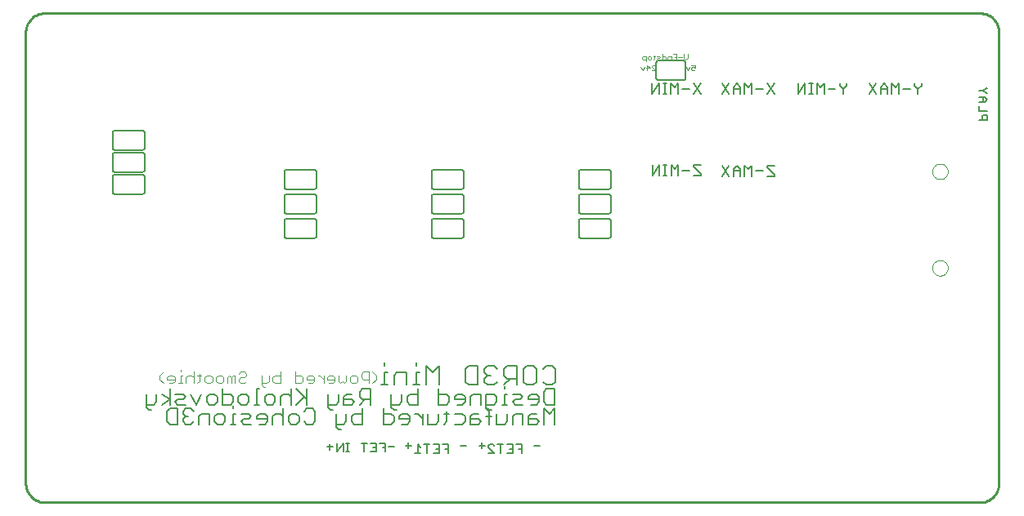
<source format=gbo>
G75*
G70*
%OFA0B0*%
%FSLAX24Y24*%
%IPPOS*%
%LPD*%
%AMOC8*
5,1,8,0,0,1.08239X$1,22.5*
%
%ADD10C,0.0100*%
%ADD11C,0.0070*%
%ADD12C,0.0020*%
%ADD13C,0.0050*%
%ADD14C,0.0040*%
%ADD15C,0.0060*%
%ADD16C,0.0000*%
D10*
X002785Y001429D02*
X002785Y019835D01*
X002787Y019889D01*
X002792Y019942D01*
X002801Y019995D01*
X002814Y020047D01*
X002830Y020099D01*
X002850Y020149D01*
X002873Y020197D01*
X002900Y020244D01*
X002929Y020289D01*
X002962Y020332D01*
X002997Y020372D01*
X003035Y020410D01*
X003075Y020445D01*
X003118Y020478D01*
X003163Y020507D01*
X003210Y020534D01*
X003258Y020557D01*
X003308Y020577D01*
X003360Y020593D01*
X003412Y020606D01*
X003465Y020615D01*
X003518Y020620D01*
X003572Y020622D01*
X041663Y020622D01*
X041717Y020620D01*
X041770Y020615D01*
X041823Y020606D01*
X041875Y020593D01*
X041927Y020577D01*
X041977Y020557D01*
X042025Y020534D01*
X042072Y020507D01*
X042117Y020478D01*
X042160Y020445D01*
X042200Y020410D01*
X042238Y020372D01*
X042273Y020332D01*
X042306Y020289D01*
X042335Y020244D01*
X042362Y020197D01*
X042385Y020149D01*
X042405Y020099D01*
X042421Y020047D01*
X042434Y019995D01*
X042443Y019942D01*
X042448Y019889D01*
X042450Y019835D01*
X042450Y001429D01*
X042448Y001375D01*
X042443Y001322D01*
X042434Y001269D01*
X042421Y001217D01*
X042405Y001165D01*
X042385Y001115D01*
X042362Y001067D01*
X042335Y001020D01*
X042306Y000975D01*
X042273Y000932D01*
X042238Y000892D01*
X042200Y000854D01*
X042160Y000819D01*
X042117Y000786D01*
X042072Y000757D01*
X042025Y000730D01*
X041977Y000707D01*
X041927Y000687D01*
X041875Y000671D01*
X041823Y000658D01*
X041770Y000649D01*
X041717Y000644D01*
X041663Y000642D01*
X003572Y000642D01*
X003518Y000644D01*
X003465Y000649D01*
X003412Y000658D01*
X003360Y000671D01*
X003308Y000687D01*
X003258Y000707D01*
X003210Y000730D01*
X003163Y000757D01*
X003118Y000786D01*
X003075Y000819D01*
X003035Y000854D01*
X002997Y000892D01*
X002962Y000932D01*
X002929Y000975D01*
X002900Y001020D01*
X002873Y001067D01*
X002850Y001115D01*
X002830Y001165D01*
X002814Y001217D01*
X002801Y001269D01*
X002792Y001322D01*
X002787Y001375D01*
X002785Y001429D01*
D11*
X017262Y005441D02*
X017526Y005441D01*
X017394Y005441D02*
X017394Y005968D01*
X017526Y005968D01*
X017394Y006232D02*
X017394Y006364D01*
X017922Y005968D02*
X017791Y005836D01*
X017791Y005441D01*
X018318Y005441D02*
X018318Y005968D01*
X017922Y005968D01*
X018714Y005968D02*
X018714Y005441D01*
X018846Y005441D02*
X018582Y005441D01*
X019110Y005441D02*
X019110Y006232D01*
X019374Y005968D01*
X019637Y006232D01*
X019637Y005441D01*
X020694Y005573D02*
X020826Y005441D01*
X021221Y005441D01*
X021221Y006232D01*
X020826Y006232D01*
X020694Y006100D01*
X020694Y005573D01*
X021486Y005573D02*
X021618Y005441D01*
X021881Y005441D01*
X022013Y005573D01*
X022278Y005441D02*
X022541Y005705D01*
X022410Y005705D02*
X022805Y005705D01*
X023070Y005573D02*
X023070Y006100D01*
X023202Y006232D01*
X023465Y006232D01*
X023597Y006100D01*
X023597Y005573D01*
X023465Y005441D01*
X023202Y005441D01*
X023070Y005573D01*
X022805Y005441D02*
X022805Y006232D01*
X022410Y006232D01*
X022278Y006100D01*
X022278Y005836D01*
X022410Y005705D01*
X022013Y006100D02*
X021881Y006232D01*
X021618Y006232D01*
X021486Y006100D01*
X021486Y005968D01*
X021618Y005836D01*
X021486Y005705D01*
X021486Y005573D01*
X021618Y005836D02*
X021750Y005836D01*
X023862Y005573D02*
X023993Y005441D01*
X024257Y005441D01*
X024389Y005573D01*
X024389Y006100D01*
X024257Y006232D01*
X023993Y006232D01*
X023862Y006100D01*
X018846Y005968D02*
X018714Y005968D01*
X018714Y006232D02*
X018714Y006364D01*
X028329Y013982D02*
X028329Y014412D01*
X028616Y014412D02*
X028329Y013982D01*
X028616Y013982D02*
X028616Y014412D01*
X028779Y014412D02*
X028923Y014412D01*
X028851Y014412D02*
X028851Y013982D01*
X028923Y013982D02*
X028779Y013982D01*
X029096Y013982D02*
X029096Y014412D01*
X029240Y014269D01*
X029383Y014412D01*
X029383Y013982D01*
X029557Y014197D02*
X029844Y014197D01*
X030017Y014340D02*
X030304Y014054D01*
X030304Y013982D01*
X030017Y013982D01*
X030017Y014340D02*
X030017Y014412D01*
X030304Y014412D01*
X031167Y014393D02*
X031453Y013963D01*
X031627Y013963D02*
X031627Y014250D01*
X031770Y014393D01*
X031914Y014250D01*
X031914Y013963D01*
X032087Y013963D02*
X032087Y014393D01*
X032231Y014250D01*
X032374Y014393D01*
X032374Y013963D01*
X032548Y014178D02*
X032835Y014178D01*
X033008Y014322D02*
X033295Y014035D01*
X033295Y013963D01*
X033008Y013963D01*
X033008Y014322D02*
X033008Y014393D01*
X033295Y014393D01*
X031914Y014178D02*
X031627Y014178D01*
X031453Y014393D02*
X031167Y013963D01*
X031167Y017313D02*
X031453Y017743D01*
X031627Y017600D02*
X031627Y017313D01*
X031453Y017313D02*
X031167Y017743D01*
X031627Y017600D02*
X031770Y017743D01*
X031914Y017600D01*
X031914Y017313D01*
X032087Y017313D02*
X032087Y017743D01*
X032231Y017600D01*
X032374Y017743D01*
X032374Y017313D01*
X032548Y017528D02*
X032835Y017528D01*
X033008Y017313D02*
X033295Y017743D01*
X033008Y017743D02*
X033295Y017313D01*
X034270Y017313D02*
X034270Y017743D01*
X034557Y017743D02*
X034270Y017313D01*
X034557Y017313D02*
X034557Y017743D01*
X034720Y017743D02*
X034864Y017743D01*
X034792Y017743D02*
X034792Y017313D01*
X034864Y017313D02*
X034720Y017313D01*
X035037Y017313D02*
X035037Y017743D01*
X035181Y017600D01*
X035324Y017743D01*
X035324Y017313D01*
X035498Y017528D02*
X035785Y017528D01*
X035958Y017672D02*
X036102Y017528D01*
X036102Y017313D01*
X036102Y017528D02*
X036245Y017672D01*
X036245Y017743D01*
X035958Y017743D02*
X035958Y017672D01*
X037167Y017743D02*
X037453Y017313D01*
X037627Y017313D02*
X037627Y017600D01*
X037770Y017743D01*
X037914Y017600D01*
X037914Y017313D01*
X038087Y017313D02*
X038087Y017743D01*
X038231Y017600D01*
X038374Y017743D01*
X038374Y017313D01*
X038548Y017528D02*
X038835Y017528D01*
X039008Y017672D02*
X039008Y017743D01*
X039008Y017672D02*
X039152Y017528D01*
X039152Y017313D01*
X039152Y017528D02*
X039295Y017672D01*
X039295Y017743D01*
X037914Y017528D02*
X037627Y017528D01*
X037453Y017743D02*
X037167Y017313D01*
X041656Y017202D02*
X041877Y017202D01*
X041987Y017092D01*
X041877Y016982D01*
X041656Y016982D01*
X041656Y016834D02*
X041656Y016613D01*
X041987Y016613D01*
X041932Y016465D02*
X041821Y016465D01*
X041766Y016410D01*
X041766Y016245D01*
X041656Y016245D02*
X041987Y016245D01*
X041987Y016410D01*
X041932Y016465D01*
X041821Y016982D02*
X041821Y017202D01*
X041932Y017350D02*
X041821Y017460D01*
X041656Y017460D01*
X041821Y017460D02*
X041932Y017570D01*
X041987Y017570D01*
X041987Y017350D02*
X041932Y017350D01*
X031914Y017528D02*
X031627Y017528D01*
X030295Y017313D02*
X030008Y017743D01*
X029835Y017528D02*
X029548Y017528D01*
X029374Y017313D02*
X029374Y017743D01*
X029231Y017600D01*
X029087Y017743D01*
X029087Y017313D01*
X028914Y017313D02*
X028770Y017313D01*
X028842Y017313D02*
X028842Y017743D01*
X028914Y017743D02*
X028770Y017743D01*
X028607Y017743D02*
X028320Y017313D01*
X028320Y017743D01*
X028607Y017743D02*
X028607Y017313D01*
X030008Y017313D02*
X030295Y017743D01*
D12*
X030033Y018285D02*
X030070Y018321D01*
X030033Y018285D02*
X029960Y018285D01*
X029923Y018321D01*
X029923Y018395D01*
X029960Y018432D01*
X029997Y018432D01*
X030070Y018395D01*
X030070Y018505D01*
X029923Y018505D01*
X029849Y018432D02*
X029776Y018285D01*
X029702Y018432D01*
X029684Y018722D02*
X029611Y018796D01*
X029611Y018942D01*
X029537Y018832D02*
X029390Y018832D01*
X029316Y018832D02*
X029242Y018832D01*
X029316Y018722D02*
X029169Y018722D01*
X029095Y018722D02*
X029095Y018869D01*
X028984Y018869D01*
X028948Y018832D01*
X028948Y018722D01*
X028874Y018759D02*
X028874Y018832D01*
X028837Y018869D01*
X028727Y018869D01*
X028727Y018942D02*
X028727Y018722D01*
X028837Y018722D01*
X028874Y018759D01*
X028653Y018722D02*
X028542Y018722D01*
X028506Y018759D01*
X028542Y018796D01*
X028616Y018796D01*
X028653Y018832D01*
X028616Y018869D01*
X028506Y018869D01*
X028432Y018869D02*
X028358Y018869D01*
X028395Y018906D02*
X028395Y018759D01*
X028358Y018722D01*
X028284Y018759D02*
X028248Y018722D01*
X028174Y018722D01*
X028137Y018759D01*
X028137Y018832D01*
X028174Y018869D01*
X028248Y018869D01*
X028284Y018832D01*
X028284Y018759D01*
X028063Y018722D02*
X027953Y018722D01*
X027916Y018759D01*
X027916Y018832D01*
X027953Y018869D01*
X028063Y018869D01*
X028063Y018649D01*
X028114Y018505D02*
X028224Y018395D01*
X028077Y018395D01*
X028003Y018432D02*
X027930Y018285D01*
X027856Y018432D01*
X028114Y018505D02*
X028114Y018285D01*
X028298Y018285D02*
X028445Y018285D01*
X028298Y018432D01*
X028298Y018468D01*
X028335Y018505D01*
X028408Y018505D01*
X028445Y018468D01*
X029316Y018722D02*
X029316Y018942D01*
X029169Y018942D01*
X029684Y018722D02*
X029758Y018796D01*
X029758Y018942D01*
D13*
X023743Y002962D02*
X023509Y002962D01*
X022993Y003013D02*
X022759Y003013D01*
X022624Y003013D02*
X022624Y002662D01*
X022391Y002662D01*
X022507Y002837D02*
X022624Y002837D01*
X022624Y003013D02*
X022391Y003013D01*
X022256Y003013D02*
X022022Y003013D01*
X022139Y003013D02*
X022139Y002662D01*
X021888Y002662D02*
X021654Y002896D01*
X021654Y002954D01*
X021712Y003013D01*
X021829Y003013D01*
X021888Y002954D01*
X021493Y002962D02*
X021259Y002962D01*
X021376Y002846D02*
X021376Y003079D01*
X021654Y002662D02*
X021888Y002662D01*
X022876Y002837D02*
X022993Y002837D01*
X022993Y002662D02*
X022993Y003013D01*
X020743Y002962D02*
X020509Y002962D01*
X019993Y003013D02*
X019759Y003013D01*
X019624Y003013D02*
X019624Y002662D01*
X019391Y002662D01*
X019507Y002837D02*
X019624Y002837D01*
X019624Y003013D02*
X019391Y003013D01*
X019256Y003013D02*
X019022Y003013D01*
X019139Y003013D02*
X019139Y002662D01*
X018888Y002662D02*
X018654Y002662D01*
X018771Y002662D02*
X018771Y003013D01*
X018888Y002896D01*
X018493Y002962D02*
X018259Y002962D01*
X018376Y002846D02*
X018376Y003079D01*
X017793Y002912D02*
X017559Y002912D01*
X017443Y002887D02*
X017326Y002887D01*
X017443Y002712D02*
X017443Y003063D01*
X017209Y003063D01*
X017074Y003063D02*
X017074Y002712D01*
X016841Y002712D01*
X016957Y002887D02*
X017074Y002887D01*
X017074Y003063D02*
X016841Y003063D01*
X016706Y003063D02*
X016472Y003063D01*
X016589Y003063D02*
X016589Y002712D01*
X015969Y002712D02*
X015852Y002712D01*
X015911Y002712D02*
X015911Y003063D01*
X015969Y003063D02*
X015852Y003063D01*
X015724Y003063D02*
X015490Y002712D01*
X015490Y003063D01*
X015724Y003063D02*
X015724Y002712D01*
X015293Y002912D02*
X015059Y002912D01*
X015176Y002796D02*
X015176Y003029D01*
X019876Y002837D02*
X019993Y002837D01*
X019993Y002662D02*
X019993Y003013D01*
D14*
X017073Y005673D02*
X017073Y005827D01*
X016919Y005980D01*
X016766Y005980D02*
X016535Y005980D01*
X016459Y005903D01*
X016459Y005750D01*
X016535Y005673D01*
X016766Y005673D01*
X016766Y005520D02*
X016766Y005980D01*
X016305Y005750D02*
X016305Y005597D01*
X016228Y005520D01*
X016075Y005520D01*
X015998Y005597D01*
X015998Y005750D01*
X016075Y005827D01*
X016228Y005827D01*
X016305Y005750D01*
X015845Y005827D02*
X015845Y005597D01*
X015768Y005520D01*
X015691Y005597D01*
X015615Y005520D01*
X015538Y005597D01*
X015538Y005827D01*
X015384Y005750D02*
X015308Y005827D01*
X015154Y005827D01*
X015077Y005750D01*
X015077Y005673D01*
X015384Y005673D01*
X015384Y005597D02*
X015384Y005750D01*
X015384Y005597D02*
X015308Y005520D01*
X015154Y005520D01*
X014924Y005520D02*
X014924Y005827D01*
X014771Y005827D02*
X014924Y005673D01*
X014771Y005827D02*
X014694Y005827D01*
X014540Y005750D02*
X014464Y005827D01*
X014310Y005827D01*
X014233Y005750D01*
X014233Y005673D01*
X014540Y005673D01*
X014540Y005597D02*
X014540Y005750D01*
X014540Y005597D02*
X014464Y005520D01*
X014310Y005520D01*
X014080Y005597D02*
X014080Y005750D01*
X014003Y005827D01*
X013773Y005827D01*
X013773Y005980D02*
X013773Y005520D01*
X014003Y005520D01*
X014080Y005597D01*
X013159Y005520D02*
X013159Y005980D01*
X013159Y005827D02*
X012929Y005827D01*
X012852Y005750D01*
X012852Y005597D01*
X012929Y005520D01*
X013159Y005520D01*
X012699Y005597D02*
X012699Y005827D01*
X012699Y005597D02*
X012622Y005520D01*
X012392Y005520D01*
X012392Y005443D02*
X012469Y005366D01*
X012545Y005366D01*
X012392Y005443D02*
X012392Y005827D01*
X011778Y005827D02*
X011778Y005903D01*
X011701Y005980D01*
X011548Y005980D01*
X011471Y005903D01*
X011548Y005750D02*
X011471Y005673D01*
X011471Y005597D01*
X011548Y005520D01*
X011701Y005520D01*
X011778Y005597D01*
X011701Y005750D02*
X011548Y005750D01*
X011701Y005750D02*
X011778Y005827D01*
X011318Y005827D02*
X011318Y005520D01*
X011164Y005520D02*
X011164Y005750D01*
X011087Y005827D01*
X011011Y005750D01*
X011011Y005520D01*
X010857Y005597D02*
X010780Y005520D01*
X010627Y005520D01*
X010550Y005597D01*
X010550Y005750D01*
X010627Y005827D01*
X010780Y005827D01*
X010857Y005750D01*
X010857Y005597D01*
X011164Y005750D02*
X011241Y005827D01*
X011318Y005827D01*
X010397Y005750D02*
X010397Y005597D01*
X010320Y005520D01*
X010167Y005520D01*
X010090Y005597D01*
X010090Y005750D01*
X010167Y005827D01*
X010320Y005827D01*
X010397Y005750D01*
X009936Y005827D02*
X009783Y005827D01*
X009860Y005903D02*
X009860Y005597D01*
X009783Y005520D01*
X009629Y005520D02*
X009629Y005980D01*
X009553Y005827D02*
X009399Y005827D01*
X009323Y005750D01*
X009323Y005520D01*
X009169Y005520D02*
X009016Y005520D01*
X009092Y005520D02*
X009092Y005827D01*
X009169Y005827D01*
X009092Y005980D02*
X009092Y006057D01*
X008785Y005827D02*
X008632Y005827D01*
X008555Y005750D01*
X008555Y005673D01*
X008862Y005673D01*
X008862Y005597D02*
X008862Y005750D01*
X008785Y005827D01*
X008862Y005597D02*
X008785Y005520D01*
X008632Y005520D01*
X008402Y005520D02*
X008248Y005673D01*
X008248Y005827D01*
X008402Y005980D01*
X009553Y005827D02*
X009629Y005750D01*
X016919Y005520D02*
X017073Y005673D01*
D15*
X016824Y005277D02*
X016504Y005277D01*
X016397Y005170D01*
X016397Y004956D01*
X016504Y004850D01*
X016824Y004850D01*
X016610Y004850D02*
X016397Y004636D01*
X016502Y004477D02*
X016502Y003836D01*
X016181Y003836D01*
X016075Y003943D01*
X016075Y004156D01*
X016181Y004263D01*
X016502Y004263D01*
X015857Y004263D02*
X015857Y003943D01*
X015750Y003836D01*
X015430Y003836D01*
X015430Y003729D02*
X015537Y003623D01*
X015644Y003623D01*
X015430Y003729D02*
X015430Y004263D01*
X015321Y004423D02*
X015215Y004423D01*
X015108Y004529D01*
X015108Y005063D01*
X015535Y005063D02*
X015535Y004743D01*
X015428Y004636D01*
X015108Y004636D01*
X014568Y004370D02*
X014461Y004477D01*
X014248Y004477D01*
X014141Y004370D01*
X013924Y004156D02*
X013924Y003943D01*
X013817Y003836D01*
X013603Y003836D01*
X013496Y003943D01*
X013496Y004156D01*
X013603Y004263D01*
X013817Y004263D01*
X013924Y004156D01*
X014141Y003943D02*
X014248Y003836D01*
X014461Y003836D01*
X014568Y003943D01*
X014568Y004370D01*
X014246Y004636D02*
X014246Y005277D01*
X014246Y004850D02*
X013819Y005277D01*
X013601Y005277D02*
X013601Y004636D01*
X013819Y004636D02*
X014139Y004956D01*
X013601Y004956D02*
X013494Y005063D01*
X013281Y005063D01*
X013174Y004956D01*
X013174Y004636D01*
X013279Y004477D02*
X013279Y003836D01*
X013279Y004156D02*
X013172Y004263D01*
X012959Y004263D01*
X012852Y004156D01*
X012852Y003836D01*
X012634Y003943D02*
X012634Y004156D01*
X012528Y004263D01*
X012314Y004263D01*
X012207Y004156D01*
X012207Y004050D01*
X012634Y004050D01*
X012634Y003943D02*
X012528Y003836D01*
X012314Y003836D01*
X011990Y003836D02*
X011670Y003836D01*
X011563Y003943D01*
X011670Y004050D01*
X011883Y004050D01*
X011990Y004156D01*
X011883Y004263D01*
X011563Y004263D01*
X011345Y004263D02*
X011239Y004263D01*
X011239Y003836D01*
X011345Y003836D02*
X011132Y003836D01*
X010916Y003943D02*
X010809Y003836D01*
X010595Y003836D01*
X010489Y003943D01*
X010489Y004156D01*
X010595Y004263D01*
X010809Y004263D01*
X010916Y004156D01*
X010916Y003943D01*
X010271Y003836D02*
X010271Y004263D01*
X009951Y004263D01*
X009844Y004156D01*
X009844Y003836D01*
X009627Y003943D02*
X009520Y003836D01*
X009306Y003836D01*
X009200Y003943D01*
X009200Y004050D01*
X009306Y004156D01*
X009413Y004156D01*
X009306Y004156D02*
X009200Y004263D01*
X009200Y004370D01*
X009306Y004477D01*
X009520Y004477D01*
X009627Y004370D01*
X008982Y004477D02*
X008662Y004477D01*
X008555Y004370D01*
X008555Y003943D01*
X008662Y003836D01*
X008982Y003836D01*
X008982Y004477D01*
X008984Y004636D02*
X008877Y004743D01*
X008984Y004850D01*
X009198Y004850D01*
X009304Y004956D01*
X009198Y005063D01*
X008877Y005063D01*
X008660Y004850D02*
X008339Y005063D01*
X008123Y005063D02*
X008123Y004743D01*
X008016Y004636D01*
X007696Y004636D01*
X007696Y004529D02*
X007802Y004423D01*
X007909Y004423D01*
X007696Y004529D02*
X007696Y005063D01*
X008339Y004636D02*
X008660Y004850D01*
X008660Y004636D02*
X008660Y005277D01*
X009522Y005063D02*
X009735Y004636D01*
X009949Y005063D01*
X010166Y004956D02*
X010273Y005063D01*
X010487Y005063D01*
X010593Y004956D01*
X010593Y004743D01*
X010487Y004636D01*
X010273Y004636D01*
X010166Y004743D01*
X010166Y004956D01*
X009304Y004636D02*
X008984Y004636D01*
X010811Y004636D02*
X011131Y004636D01*
X011238Y004743D01*
X011238Y004956D01*
X011131Y005063D01*
X010811Y005063D01*
X010811Y005277D02*
X010811Y004636D01*
X011239Y004583D02*
X011239Y004477D01*
X011455Y004743D02*
X011455Y004956D01*
X011562Y005063D01*
X011776Y005063D01*
X011882Y004956D01*
X011882Y004743D01*
X011776Y004636D01*
X011562Y004636D01*
X011455Y004743D01*
X012099Y004636D02*
X012312Y004636D01*
X012205Y004636D02*
X012205Y005277D01*
X012312Y005277D01*
X012530Y004956D02*
X012636Y005063D01*
X012850Y005063D01*
X012957Y004956D01*
X012957Y004743D01*
X012850Y004636D01*
X012636Y004636D01*
X012530Y004743D01*
X012530Y004956D01*
X015752Y004956D02*
X015752Y004636D01*
X016073Y004636D01*
X016179Y004743D01*
X016073Y004850D01*
X015752Y004850D01*
X015752Y004956D02*
X015859Y005063D01*
X016073Y005063D01*
X016824Y005277D02*
X016824Y004636D01*
X017364Y004477D02*
X017364Y003836D01*
X017684Y003836D01*
X017791Y003943D01*
X017791Y004156D01*
X017684Y004263D01*
X017364Y004263D01*
X017686Y004529D02*
X017793Y004423D01*
X017900Y004423D01*
X018006Y004636D02*
X017686Y004636D01*
X017686Y004529D02*
X017686Y005063D01*
X018113Y005063D02*
X018113Y004743D01*
X018006Y004636D01*
X018331Y004743D02*
X018331Y004956D01*
X018437Y005063D01*
X018758Y005063D01*
X018758Y005277D02*
X018758Y004636D01*
X018437Y004636D01*
X018331Y004743D01*
X018329Y004263D02*
X018115Y004263D01*
X018008Y004156D01*
X018008Y004050D01*
X018435Y004050D01*
X018435Y004156D02*
X018329Y004263D01*
X018435Y004156D02*
X018435Y003943D01*
X018329Y003836D01*
X018115Y003836D01*
X018759Y004263D02*
X018973Y004050D01*
X018973Y004263D02*
X018973Y003836D01*
X019190Y003836D02*
X019190Y004263D01*
X019617Y004263D02*
X019617Y003943D01*
X019510Y003836D01*
X019190Y003836D01*
X019833Y003836D02*
X019940Y003943D01*
X019940Y004370D01*
X020047Y004263D02*
X019833Y004263D01*
X020264Y004263D02*
X020585Y004263D01*
X020691Y004156D01*
X020691Y003943D01*
X020585Y003836D01*
X020264Y003836D01*
X020909Y003836D02*
X021229Y003836D01*
X021336Y003943D01*
X021229Y004050D01*
X020909Y004050D01*
X020909Y004156D02*
X020909Y003836D01*
X020909Y004156D02*
X021016Y004263D01*
X021229Y004263D01*
X021552Y004156D02*
X021766Y004156D01*
X021659Y004370D02*
X021659Y003836D01*
X021983Y003836D02*
X021983Y004263D01*
X021767Y004423D02*
X021660Y004423D01*
X021553Y004529D01*
X021553Y005063D01*
X021874Y005063D01*
X021980Y004956D01*
X021980Y004743D01*
X021874Y004636D01*
X021553Y004636D01*
X021552Y004477D02*
X021659Y004370D01*
X021336Y004636D02*
X021336Y005063D01*
X021016Y005063D01*
X020909Y004956D01*
X020909Y004636D01*
X020691Y004743D02*
X020691Y004956D01*
X020585Y005063D01*
X020371Y005063D01*
X020264Y004956D01*
X020264Y004850D01*
X020691Y004850D01*
X020691Y004743D02*
X020585Y004636D01*
X020371Y004636D01*
X020047Y004743D02*
X020047Y004956D01*
X019940Y005063D01*
X019620Y005063D01*
X019620Y005277D02*
X019620Y004636D01*
X019940Y004636D01*
X020047Y004743D01*
X018759Y004263D02*
X018652Y004263D01*
X021983Y003836D02*
X022303Y003836D01*
X022410Y003943D01*
X022410Y004263D01*
X022628Y004156D02*
X022734Y004263D01*
X023055Y004263D01*
X023055Y003836D01*
X023272Y003836D02*
X023272Y004156D01*
X023379Y004263D01*
X023592Y004263D01*
X023592Y004050D02*
X023272Y004050D01*
X023272Y003836D02*
X023592Y003836D01*
X023699Y003943D01*
X023592Y004050D01*
X023917Y003836D02*
X023917Y004477D01*
X024130Y004263D01*
X024344Y004477D01*
X024344Y003836D01*
X024344Y004636D02*
X024023Y004636D01*
X023917Y004743D01*
X023917Y005170D01*
X024023Y005277D01*
X024344Y005277D01*
X024344Y004636D01*
X023699Y004743D02*
X023699Y004956D01*
X023592Y005063D01*
X023379Y005063D01*
X023272Y004956D01*
X023272Y004850D01*
X023699Y004850D01*
X023699Y004743D02*
X023592Y004636D01*
X023379Y004636D01*
X023055Y004636D02*
X022734Y004636D01*
X022628Y004743D01*
X022734Y004850D01*
X022948Y004850D01*
X023055Y004956D01*
X022948Y005063D01*
X022628Y005063D01*
X022410Y005063D02*
X022303Y005063D01*
X022303Y004636D01*
X022197Y004636D02*
X022410Y004636D01*
X022628Y004156D02*
X022628Y003836D01*
X022303Y005277D02*
X022303Y005383D01*
X020530Y011437D02*
X019430Y011437D01*
X019413Y011439D01*
X019396Y011443D01*
X019380Y011450D01*
X019366Y011460D01*
X019353Y011473D01*
X019343Y011487D01*
X019336Y011503D01*
X019332Y011520D01*
X019330Y011537D01*
X019330Y012137D01*
X019332Y012154D01*
X019336Y012171D01*
X019343Y012187D01*
X019353Y012201D01*
X019366Y012214D01*
X019380Y012224D01*
X019396Y012231D01*
X019413Y012235D01*
X019430Y012237D01*
X020530Y012237D01*
X020547Y012235D01*
X020564Y012231D01*
X020580Y012224D01*
X020594Y012214D01*
X020607Y012201D01*
X020617Y012187D01*
X020624Y012171D01*
X020628Y012154D01*
X020630Y012137D01*
X020630Y011537D01*
X020628Y011520D01*
X020624Y011503D01*
X020617Y011487D01*
X020607Y011473D01*
X020594Y011460D01*
X020580Y011450D01*
X020564Y011443D01*
X020547Y011439D01*
X020530Y011437D01*
X020530Y012437D02*
X019430Y012437D01*
X019413Y012439D01*
X019396Y012443D01*
X019380Y012450D01*
X019366Y012460D01*
X019353Y012473D01*
X019343Y012487D01*
X019336Y012503D01*
X019332Y012520D01*
X019330Y012537D01*
X019330Y013137D01*
X019332Y013154D01*
X019336Y013171D01*
X019343Y013187D01*
X019353Y013201D01*
X019366Y013214D01*
X019380Y013224D01*
X019396Y013231D01*
X019413Y013235D01*
X019430Y013237D01*
X020530Y013237D01*
X020547Y013235D01*
X020564Y013231D01*
X020580Y013224D01*
X020594Y013214D01*
X020607Y013201D01*
X020617Y013187D01*
X020624Y013171D01*
X020628Y013154D01*
X020630Y013137D01*
X020630Y012537D01*
X020628Y012520D01*
X020624Y012503D01*
X020617Y012487D01*
X020607Y012473D01*
X020594Y012460D01*
X020580Y012450D01*
X020564Y012443D01*
X020547Y012439D01*
X020530Y012437D01*
X020530Y013437D02*
X019430Y013437D01*
X019413Y013439D01*
X019396Y013443D01*
X019380Y013450D01*
X019366Y013460D01*
X019353Y013473D01*
X019343Y013487D01*
X019336Y013503D01*
X019332Y013520D01*
X019330Y013537D01*
X019330Y014137D01*
X019332Y014154D01*
X019336Y014171D01*
X019343Y014187D01*
X019353Y014201D01*
X019366Y014214D01*
X019380Y014224D01*
X019396Y014231D01*
X019413Y014235D01*
X019430Y014237D01*
X020530Y014237D01*
X020547Y014235D01*
X020564Y014231D01*
X020580Y014224D01*
X020594Y014214D01*
X020607Y014201D01*
X020617Y014187D01*
X020624Y014171D01*
X020628Y014154D01*
X020630Y014137D01*
X020630Y013537D01*
X020628Y013520D01*
X020624Y013503D01*
X020617Y013487D01*
X020607Y013473D01*
X020594Y013460D01*
X020580Y013450D01*
X020564Y013443D01*
X020547Y013439D01*
X020530Y013437D01*
X025330Y013537D02*
X025330Y014137D01*
X025332Y014154D01*
X025336Y014171D01*
X025343Y014187D01*
X025353Y014201D01*
X025366Y014214D01*
X025380Y014224D01*
X025396Y014231D01*
X025413Y014235D01*
X025430Y014237D01*
X026530Y014237D01*
X026547Y014235D01*
X026564Y014231D01*
X026580Y014224D01*
X026594Y014214D01*
X026607Y014201D01*
X026617Y014187D01*
X026624Y014171D01*
X026628Y014154D01*
X026630Y014137D01*
X026630Y013537D01*
X026628Y013520D01*
X026624Y013503D01*
X026617Y013487D01*
X026607Y013473D01*
X026594Y013460D01*
X026580Y013450D01*
X026564Y013443D01*
X026547Y013439D01*
X026530Y013437D01*
X025430Y013437D01*
X025413Y013439D01*
X025396Y013443D01*
X025380Y013450D01*
X025366Y013460D01*
X025353Y013473D01*
X025343Y013487D01*
X025336Y013503D01*
X025332Y013520D01*
X025330Y013537D01*
X025430Y013237D02*
X026530Y013237D01*
X026547Y013235D01*
X026564Y013231D01*
X026580Y013224D01*
X026594Y013214D01*
X026607Y013201D01*
X026617Y013187D01*
X026624Y013171D01*
X026628Y013154D01*
X026630Y013137D01*
X026630Y012537D01*
X026628Y012520D01*
X026624Y012503D01*
X026617Y012487D01*
X026607Y012473D01*
X026594Y012460D01*
X026580Y012450D01*
X026564Y012443D01*
X026547Y012439D01*
X026530Y012437D01*
X025430Y012437D01*
X025413Y012439D01*
X025396Y012443D01*
X025380Y012450D01*
X025366Y012460D01*
X025353Y012473D01*
X025343Y012487D01*
X025336Y012503D01*
X025332Y012520D01*
X025330Y012537D01*
X025330Y013137D01*
X025332Y013154D01*
X025336Y013171D01*
X025343Y013187D01*
X025353Y013201D01*
X025366Y013214D01*
X025380Y013224D01*
X025396Y013231D01*
X025413Y013235D01*
X025430Y013237D01*
X025430Y012237D02*
X026530Y012237D01*
X026547Y012235D01*
X026564Y012231D01*
X026580Y012224D01*
X026594Y012214D01*
X026607Y012201D01*
X026617Y012187D01*
X026624Y012171D01*
X026628Y012154D01*
X026630Y012137D01*
X026630Y011537D01*
X026628Y011520D01*
X026624Y011503D01*
X026617Y011487D01*
X026607Y011473D01*
X026594Y011460D01*
X026580Y011450D01*
X026564Y011443D01*
X026547Y011439D01*
X026530Y011437D01*
X025430Y011437D01*
X025413Y011439D01*
X025396Y011443D01*
X025380Y011450D01*
X025366Y011460D01*
X025353Y011473D01*
X025343Y011487D01*
X025336Y011503D01*
X025332Y011520D01*
X025330Y011537D01*
X025330Y012137D01*
X025332Y012154D01*
X025336Y012171D01*
X025343Y012187D01*
X025353Y012201D01*
X025366Y012214D01*
X025380Y012224D01*
X025396Y012231D01*
X025413Y012235D01*
X025430Y012237D01*
X014630Y012137D02*
X014630Y011537D01*
X014628Y011520D01*
X014624Y011503D01*
X014617Y011487D01*
X014607Y011473D01*
X014594Y011460D01*
X014580Y011450D01*
X014564Y011443D01*
X014547Y011439D01*
X014530Y011437D01*
X013430Y011437D01*
X013413Y011439D01*
X013396Y011443D01*
X013380Y011450D01*
X013366Y011460D01*
X013353Y011473D01*
X013343Y011487D01*
X013336Y011503D01*
X013332Y011520D01*
X013330Y011537D01*
X013330Y012137D01*
X013332Y012154D01*
X013336Y012171D01*
X013343Y012187D01*
X013353Y012201D01*
X013366Y012214D01*
X013380Y012224D01*
X013396Y012231D01*
X013413Y012235D01*
X013430Y012237D01*
X014530Y012237D01*
X014547Y012235D01*
X014564Y012231D01*
X014580Y012224D01*
X014594Y012214D01*
X014607Y012201D01*
X014617Y012187D01*
X014624Y012171D01*
X014628Y012154D01*
X014630Y012137D01*
X014530Y012437D02*
X013430Y012437D01*
X013413Y012439D01*
X013396Y012443D01*
X013380Y012450D01*
X013366Y012460D01*
X013353Y012473D01*
X013343Y012487D01*
X013336Y012503D01*
X013332Y012520D01*
X013330Y012537D01*
X013330Y013137D01*
X013332Y013154D01*
X013336Y013171D01*
X013343Y013187D01*
X013353Y013201D01*
X013366Y013214D01*
X013380Y013224D01*
X013396Y013231D01*
X013413Y013235D01*
X013430Y013237D01*
X014530Y013237D01*
X014547Y013235D01*
X014564Y013231D01*
X014580Y013224D01*
X014594Y013214D01*
X014607Y013201D01*
X014617Y013187D01*
X014624Y013171D01*
X014628Y013154D01*
X014630Y013137D01*
X014630Y012537D01*
X014628Y012520D01*
X014624Y012503D01*
X014617Y012487D01*
X014607Y012473D01*
X014594Y012460D01*
X014580Y012450D01*
X014564Y012443D01*
X014547Y012439D01*
X014530Y012437D01*
X014530Y013437D02*
X013430Y013437D01*
X013413Y013439D01*
X013396Y013443D01*
X013380Y013450D01*
X013366Y013460D01*
X013353Y013473D01*
X013343Y013487D01*
X013336Y013503D01*
X013332Y013520D01*
X013330Y013537D01*
X013330Y014137D01*
X013332Y014154D01*
X013336Y014171D01*
X013343Y014187D01*
X013353Y014201D01*
X013366Y014214D01*
X013380Y014224D01*
X013396Y014231D01*
X013413Y014235D01*
X013430Y014237D01*
X014530Y014237D01*
X014547Y014235D01*
X014564Y014231D01*
X014580Y014224D01*
X014594Y014214D01*
X014607Y014201D01*
X014617Y014187D01*
X014624Y014171D01*
X014628Y014154D01*
X014630Y014137D01*
X014630Y013537D01*
X014628Y013520D01*
X014624Y013503D01*
X014617Y013487D01*
X014607Y013473D01*
X014594Y013460D01*
X014580Y013450D01*
X014564Y013443D01*
X014547Y013439D01*
X014530Y013437D01*
X007630Y013337D02*
X007630Y013937D01*
X007628Y013954D01*
X007624Y013971D01*
X007617Y013987D01*
X007607Y014001D01*
X007594Y014014D01*
X007580Y014024D01*
X007564Y014031D01*
X007547Y014035D01*
X007530Y014037D01*
X006430Y014037D01*
X006413Y014035D01*
X006396Y014031D01*
X006380Y014024D01*
X006366Y014014D01*
X006353Y014001D01*
X006343Y013987D01*
X006336Y013971D01*
X006332Y013954D01*
X006330Y013937D01*
X006330Y013337D01*
X006332Y013320D01*
X006336Y013303D01*
X006343Y013287D01*
X006353Y013273D01*
X006366Y013260D01*
X006380Y013250D01*
X006396Y013243D01*
X006413Y013239D01*
X006430Y013237D01*
X007530Y013237D01*
X007547Y013239D01*
X007564Y013243D01*
X007580Y013250D01*
X007594Y013260D01*
X007607Y013273D01*
X007617Y013287D01*
X007624Y013303D01*
X007628Y013320D01*
X007630Y013337D01*
X007530Y014137D02*
X006430Y014137D01*
X006413Y014139D01*
X006396Y014143D01*
X006380Y014150D01*
X006366Y014160D01*
X006353Y014173D01*
X006343Y014187D01*
X006336Y014203D01*
X006332Y014220D01*
X006330Y014237D01*
X006330Y014837D01*
X006332Y014854D01*
X006336Y014871D01*
X006343Y014887D01*
X006353Y014901D01*
X006366Y014914D01*
X006380Y014924D01*
X006396Y014931D01*
X006413Y014935D01*
X006430Y014937D01*
X007530Y014937D01*
X007547Y014935D01*
X007564Y014931D01*
X007580Y014924D01*
X007594Y014914D01*
X007607Y014901D01*
X007617Y014887D01*
X007624Y014871D01*
X007628Y014854D01*
X007630Y014837D01*
X007630Y014237D01*
X007628Y014220D01*
X007624Y014203D01*
X007617Y014187D01*
X007607Y014173D01*
X007594Y014160D01*
X007580Y014150D01*
X007564Y014143D01*
X007547Y014139D01*
X007530Y014137D01*
X007530Y015037D02*
X006430Y015037D01*
X006413Y015039D01*
X006396Y015043D01*
X006380Y015050D01*
X006366Y015060D01*
X006353Y015073D01*
X006343Y015087D01*
X006336Y015103D01*
X006332Y015120D01*
X006330Y015137D01*
X006330Y015737D01*
X006332Y015754D01*
X006336Y015771D01*
X006343Y015787D01*
X006353Y015801D01*
X006366Y015814D01*
X006380Y015824D01*
X006396Y015831D01*
X006413Y015835D01*
X006430Y015837D01*
X007530Y015837D01*
X007547Y015835D01*
X007564Y015831D01*
X007580Y015824D01*
X007594Y015814D01*
X007607Y015801D01*
X007617Y015787D01*
X007624Y015771D01*
X007628Y015754D01*
X007630Y015737D01*
X007630Y015137D01*
X007628Y015120D01*
X007624Y015103D01*
X007617Y015087D01*
X007607Y015073D01*
X007594Y015060D01*
X007580Y015050D01*
X007564Y015043D01*
X007547Y015039D01*
X007530Y015037D01*
X028480Y017987D02*
X028480Y018587D01*
X028482Y018604D01*
X028486Y018621D01*
X028493Y018637D01*
X028503Y018651D01*
X028516Y018664D01*
X028530Y018674D01*
X028546Y018681D01*
X028563Y018685D01*
X028580Y018687D01*
X029580Y018687D01*
X029597Y018685D01*
X029614Y018681D01*
X029630Y018674D01*
X029644Y018664D01*
X029657Y018651D01*
X029667Y018637D01*
X029674Y018621D01*
X029678Y018604D01*
X029680Y018587D01*
X029680Y017987D01*
X029678Y017970D01*
X029674Y017953D01*
X029667Y017937D01*
X029657Y017923D01*
X029644Y017910D01*
X029630Y017900D01*
X029614Y017893D01*
X029597Y017889D01*
X029580Y017887D01*
X028580Y017887D01*
X028563Y017889D01*
X028546Y017893D01*
X028530Y017900D01*
X028516Y017910D01*
X028503Y017923D01*
X028493Y017937D01*
X028486Y017953D01*
X028482Y017970D01*
X028480Y017987D01*
D16*
X039739Y014156D02*
X039741Y014191D01*
X039747Y014226D01*
X039757Y014260D01*
X039770Y014293D01*
X039787Y014324D01*
X039808Y014352D01*
X039831Y014379D01*
X039858Y014402D01*
X039886Y014423D01*
X039917Y014440D01*
X039950Y014453D01*
X039984Y014463D01*
X040019Y014469D01*
X040054Y014471D01*
X040089Y014469D01*
X040124Y014463D01*
X040158Y014453D01*
X040191Y014440D01*
X040222Y014423D01*
X040250Y014402D01*
X040277Y014379D01*
X040300Y014352D01*
X040321Y014324D01*
X040338Y014293D01*
X040351Y014260D01*
X040361Y014226D01*
X040367Y014191D01*
X040369Y014156D01*
X040367Y014121D01*
X040361Y014086D01*
X040351Y014052D01*
X040338Y014019D01*
X040321Y013988D01*
X040300Y013960D01*
X040277Y013933D01*
X040250Y013910D01*
X040222Y013889D01*
X040191Y013872D01*
X040158Y013859D01*
X040124Y013849D01*
X040089Y013843D01*
X040054Y013841D01*
X040019Y013843D01*
X039984Y013849D01*
X039950Y013859D01*
X039917Y013872D01*
X039886Y013889D01*
X039858Y013910D01*
X039831Y013933D01*
X039808Y013960D01*
X039787Y013988D01*
X039770Y014019D01*
X039757Y014052D01*
X039747Y014086D01*
X039741Y014121D01*
X039739Y014156D01*
X039739Y010219D02*
X039741Y010254D01*
X039747Y010289D01*
X039757Y010323D01*
X039770Y010356D01*
X039787Y010387D01*
X039808Y010415D01*
X039831Y010442D01*
X039858Y010465D01*
X039886Y010486D01*
X039917Y010503D01*
X039950Y010516D01*
X039984Y010526D01*
X040019Y010532D01*
X040054Y010534D01*
X040089Y010532D01*
X040124Y010526D01*
X040158Y010516D01*
X040191Y010503D01*
X040222Y010486D01*
X040250Y010465D01*
X040277Y010442D01*
X040300Y010415D01*
X040321Y010387D01*
X040338Y010356D01*
X040351Y010323D01*
X040361Y010289D01*
X040367Y010254D01*
X040369Y010219D01*
X040367Y010184D01*
X040361Y010149D01*
X040351Y010115D01*
X040338Y010082D01*
X040321Y010051D01*
X040300Y010023D01*
X040277Y009996D01*
X040250Y009973D01*
X040222Y009952D01*
X040191Y009935D01*
X040158Y009922D01*
X040124Y009912D01*
X040089Y009906D01*
X040054Y009904D01*
X040019Y009906D01*
X039984Y009912D01*
X039950Y009922D01*
X039917Y009935D01*
X039886Y009952D01*
X039858Y009973D01*
X039831Y009996D01*
X039808Y010023D01*
X039787Y010051D01*
X039770Y010082D01*
X039757Y010115D01*
X039747Y010149D01*
X039741Y010184D01*
X039739Y010219D01*
M02*

</source>
